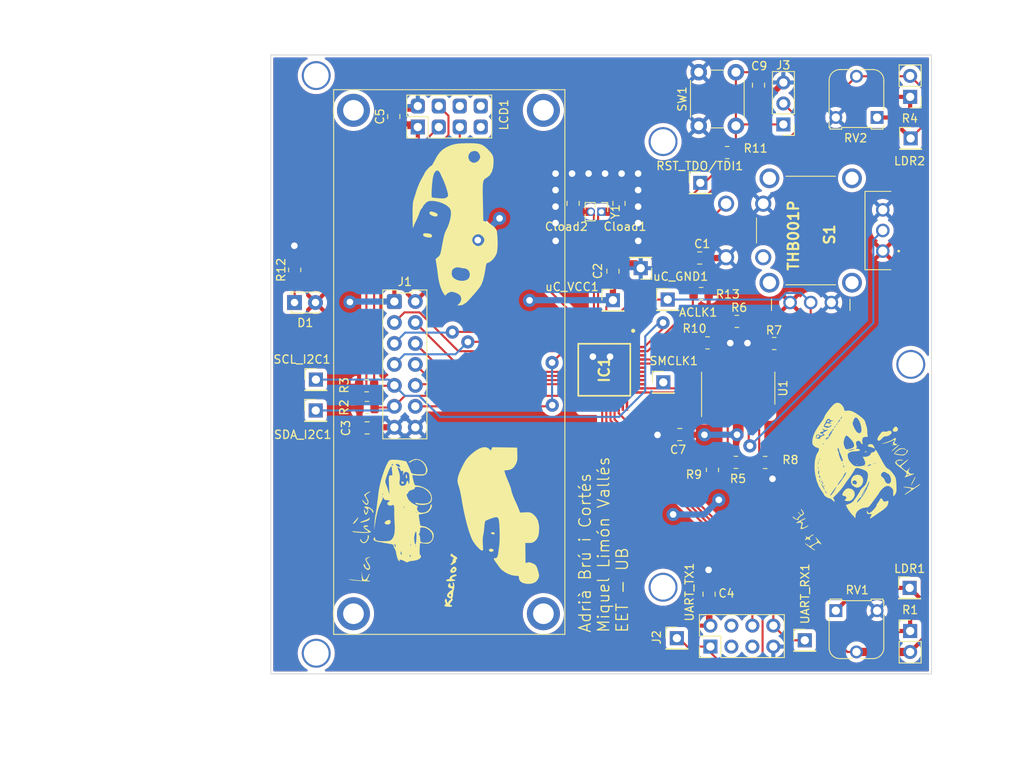
<source format=kicad_pcb>
(kicad_pcb (version 20221018) (generator pcbnew)
  (layers (0 "F.Cu" jumper) (31 "B.Cu" signal) (34 "B.Paste" user) (35 "F.Paste" user) (36 "B.SilkS" user "B.Silkscreen") (37 "F.SilkS" user "F.Silkscreen") (38 "B.Mask" user) (39 "F.Mask" user) (44 "Edge.Cuts" user))
  (net 0 "")
  (net 1 "SDA_I2C")
  (net 2 "+3.3V")
  (net 3 "GND")
  (net 4 "MISO")
  (net 5 "MOSI")
  (net 6 "SCLK_SPI")
  (net 7 "SS_SPI")
  (net 8 "/WIFI_UART_RX")
  (net 9 "/WIFI_UART_TX")
  (net 10 "/P6.3")
  (net 11 "/P6.2")
  (net 12 "SEL_JOYSTICK")
  (net 13 "SCL_I2C")
  (net 14 "Net-(D1-K)")
  (net 16 "TDO{slash}TDI")
  (net 17 "LR_JOYSTICK")
  (net 18 "FB_JOYSTICK")
  (net 19 "TCK")
  (net 20 "R_JOYSTICK")
  (net 21 "F_JOYSTICK")
  (net 22 "B_JOYSTICK")
  (net 23 "L_JOYSTICK")
  (net 30 "Net-(U1A-+)")
  (net 31 "Net-(U1B--)")
  (net 32 "Net-(U1C-+)")
  (net 33 "Net-(U1D--)")
  (net 34 "/P6.1")
  (net 35 "/P6.0")
  (net 36 "/CLK+")
  (net 37 "/CLK-")
  (net 38 "RST_LCD")
  (net 39 "PHOTO2")
  (net 40 "PHOTO1")
  (net 60 "/WIFI_CE")
  (footprint "MiSE:conn_DFrobot" (layer "F.Cu") (at 127.08 99.92)
    (fp_text reference "J1")
    (fp_text value "conn_DFrobot")
  )
  (footprint "Connector_PinHeader_2.54mm:PinHeader_1x01_P2.54mm_Vertical" (layer "F.Cu") (at 157.11 102.09)
    (fp_text reference "SMCLK1")
    (fp_text value "~")
  )
  (footprint "Connector_PinHeader_2.54mm:PinHeader_1x01_P2.54mm_Vertical" (layer "F.Cu") (at 161.59 77.92)
    (fp_text reference "RST_TDO/TDI1")
    (fp_text value "~")
  )
  (footprint "MiSE:THB001P" (layer "F.Cu") (at 183.69 86.19 -90)
    (fp_text reference "S1")
    (fp_text value "THB001P")
  )
  (footprint "Connector_PinHeader_2.54mm:PinHeader_1x01_P2.54mm_Vertical" (layer "F.Cu") (at 174.244 133.35)
    (fp_text reference "UART_RX1")
    (fp_text value "~")
  )
  (footprint "Connector_PinHeader_2.54mm:PinHeader_1x01_P2.54mm_Vertical" (layer "F.Cu") (at 115.04 101.76)
    (fp_text reference "SCL_I2C1")
    (fp_text value "~")
  )
  (footprint "MiSE:LDR" (layer "F.Cu") (at 187 67.5 180)
    (fp_text reference "R4")
    (fp_text value "R_PHOTO")
  )
  (footprint "maqueen_pics:maqueen2" (layer "F.Cu") (at 137.844791 120.370872 90)
    (fp_text reference "G***" hide)
    (fp_text value "LOGO" hide)
  )
  (footprint "Capacitor_SMD:C_0805_2012Metric" (layer "F.Cu") (at 159.1 108.42 180)
    (fp_text reference "C7")
    (fp_text value "100n")
  )
  (footprint "Resistor_SMD:R_0805_2012Metric" (layer "F.Cu") (at 169.4425 111.8)
    (fp_text reference "R8")
    (fp_text value "10k")
  )
  (footprint "Resistor_SMD:R_0805_2012Metric" (layer "F.Cu") (at 165.9025 111.79)
    (fp_text reference "R5")
    (fp_text value "10k")
  )
  (footprint "Capacitor_SMD:C_0805_2012Metric" (layer "F.Cu") (at 162.65 127.76 90)
    (fp_text reference "C4")
    (fp_text value "100n")
  )
  (footprint "Connector_PinHeader_2.54mm:PinHeader_2x04_P2.54mm_Vertical" (layer "F.Cu") (at 162.814 134.112 90)
    (fp_text reference "J2")
    (fp_text value "ESP01")
  )
  (footprint "Connector_PinHeader_2.54mm:PinHeader_1x01_P2.54mm_Vertical" (layer "F.Cu") (at 157.64 92.06)
    (fp_text reference "ACLK1")
    (fp_text value "~")
  )
  (footprint "MiSE:LCD_2x16_I2C(Midas)" (layer "F.Cu") (at 131.19 99.63 90)
    (fp_text reference "LCD1")
    (fp_text value "LCD_2x16_I2C")
  )
  (footprint "Connector_PinHeader_2.54mm:PinHeader_1x01_P2.54mm_Vertical" (layer "F.Cu") (at 187.06 72.53)
    (fp_text reference "LDR2")
    (fp_text value "~")
  )
  (footprint "maqueen_pics:maqueen5" (layer "F.Cu") (at 180.05 113.025 90)
    (fp_text reference "G***" hide)
    (fp_text value "LOGO" hide)
  )
  (footprint "Capacitor_SMD:C_0805_2012Metric" (layer "F.Cu") (at 124.47 69.88 90)
    (fp_text reference "C5")
    (fp_text value "100n")
  )
  (footprint "maqueen_pics:maqueen3" (layer "F.Cu") (at 132.325 83.2 90)
    (fp_text reference "G***" hide)
    (fp_text value "LOGO" hide)
  )
  (footprint "Button_Switch_THT:SW_PUSH_6mm" (layer "F.Cu") (at 161.4 71.01 90)
    (fp_text reference "SW1")
    (fp_text value "RST")
  )
  (footprint "Resistor_SMD:R_0805_2012Metric" (layer "F.Cu") (at 161.69 91.33 180)
    (fp_text reference "R13")
    (fp_text value "10k")
  )
  (footprint "Connector_PinHeader_2.54mm:PinHeader_1x01_P2.54mm_Vertical" (layer "F.Cu") (at 151.01 92.14)
    (fp_text reference "uC_VCC1")
    (fp_text value "~")
  )
  (footprint "maqueen_pics:maqueen1" (layer "F.Cu") (at 125.969791 118.570872 90)
    (fp_text reference "G***" hide)
    (fp_text value "LOGO" hide)
  )
  (footprint "Capacitor_SMD:C_0805_2012Metric" (layer "F.Cu") (at 151.01 88.62 90)
    (fp_text reference "C2")
    (fp_text value "100n")
  )
  (footprint "Connector_PinHeader_2.54mm:PinHeader_1x01_P2.54mm_Vertical" (layer "F.Cu") (at 154.37 88.26 180)
    (fp_text reference "uC_GND1")
    (fp_text value "~")
  )
  (footprint "Resistor_SMD:R_0805_2012Metric" (layer "F.Cu") (at 121.23 105.14)
    (fp_text reference "R2")
    (fp_text value "2.2k")
  )
  (footprint "Connector_PinHeader_2.54mm:PinHeader_1x01_P2.54mm_Vertical" (layer "F.Cu") (at 186.94 127)
    (fp_text reference "LDR1")
    (fp_text value "~")
  )
  (footprint "Capacitor_SMD:C_0805_2012Metric" (layer "F.Cu") (at 161.52 87.03)
    (fp_text reference "C1")
    (fp_text value "100n")
  )
  (footprint "Resistor_SMD:R_0805_2012Metric" (layer "F.Cu") (at 164.85 74.25)
    (fp_text reference "R11")
    (fp_text value "47k")
  )
  (footprint "MiSE:Trimmer_MiSE" (layer "F.Cu") (at 183 70 180)
    (fp_text reference "RV2")
    (fp_text value "R_POT")
  )
  (footprint "Resistor_SMD:R_0805_2012Metric" (layer "F.Cu") (at 166.02 94.71 180)
    (fp_text reference "R6")
    (fp_text value "10k")
  )
  (footprint "Connector_PinHeader_2.54mm:PinHeader_1x03_P2.54mm_Vertical" (layer "F.Cu") (at 171.65 70.84 180)
    (fp_text reference "J3")
    (fp_text value "SBW")
  )
  (footprint "Resistor_SMD:R_0805_2012Metric" (layer "F.Cu") (at 163.0625 112.7 90)
    (fp_text reference "R9")
    (fp_text value "10k")
  )
  (footprint "LED_THT:LED_D1.8mm_W3.3mm_H2.4mm" (layer "F.Cu") (at 112.45 92.42)
    (fp_text reference "D1")
    (fp_text value "LED")
  )
  (footprint "Resistor_SMD:R_0805_2012Metric" (layer "F.Cu") (at 112.47 88.47 90)
    (fp_text reference "R12")
    (fp_text value "100")
  )
  (footprint "MiSE:LDR" (layer "F.Cu") (at 187 132.225)
    (fp_text reference "R1")
    (fp_text value "R_PHOTO")
  )
  (footprint "Capacitor_SMD:C_0805_2012Metric" (layer "F.Cu") (at 168.64 66.08 -90)
    (fp_text reference "C9")
    (fp_text value "2.2n")
  )
  (footprint "Package_SO:SOIC-14_3.9x8.7mm_P1.27mm" (layer "F.Cu") (at 166.18 102.8 90)
    (fp_text reference "U1")
    (fp_text value "LMV324")
  )
  (footprint "Resistor_SMD:R_0805_2012Metric" (layer "F.Cu") (at 170.54 97.39 180)
    (fp_text reference "R7")
    (fp_text value "10k")
  )
  (footprint "Connector_PinHeader_2.54mm:PinHeader_1x01_P2.54mm_Vertical" (layer "F.Cu") (at 158.75 133.096)
    (fp_text reference "UART_TX1")
    (fp_text value "~")
  )
  (footprint "Resistor_SMD:R_0805_2012Metric" (layer "F.Cu") (at 162.47 97.31)
    (fp_text reference "R10")
    (fp_text value "10k")
  )
  (footprint "MiSE:Trimmer_MiSE" (layer "F.Cu") (at 178 129.76)
    (fp_text reference "RV1")
    (fp_text value "R_POT")
  )
  (footprint "Resistor_SMD:R_0805_2012Metric" (layer "F.Cu") (at 121.18 102.51)
    (fp_text reference "R3")
    (fp_text value "2.2k")
  )
  (footprint "Capacitor_SMD:C_0805_2012Metric" (layer "F.Cu") (at 121.24 107.61)
    (fp_text reference "C3")
    (fp_text value "100n")
  )
  (footprint "Connector_PinHeader_2.54mm:PinHeader_1x01_P2.54mm_Vertical" (layer "F.Cu") (at 115.02 105.5)
    (fp_text reference "SDA_I2C1")
    (fp_text value "~")
  )
  (footprint "Capacitor_SMD:C_0805_2012Metric" (layer "F.Cu") (at 146.185 80.41 90)
    (fp_text reference "Cload2")
    (fp_text value "12.5n")
  )
  (footprint "Capacitor_SMD:C_0805_2012Metric" (layer "F.Cu") (at 151.745 80.41 90)
    (fp_text reference "Cload1")
    (fp_text value "12.5n")
  )
  (footprint "Connector_PinHeader_1.27mm:PinHeader_1x02_P1.27mm_Vertical" (layer "F.Cu") (at 149.615 81.42 -90)
    (fp_text reference "Y1")
    (fp_text value "Crystal")
  )
  (footprint "MiSE:QFP50P900X900X160-48N" (layer "F.Cu") (at 149.96 100.57 -90)
    (fp_text reference "IC1")
    (fp_text value "MSP430FR2355TPT" hide)
  )
  (gr_rect locked (start 109.58 62.42) (end 189.58 137.42) (stroke (width 0.1)) (fill none) (layer "Edge.Cuts"))
  (gr_text "Adrià Brú i Cortés\nMiquel Limón Vallés\nEET - UB" (at 152.95 132.525 90) (layer "F.SilkS") (effects (font (size 1.4 1.4)) (justify left bottom)))
  (segment (start 124.54 105) (end 125.815 103.725) (width 0.25) (layer "F.Cu") (net 1))
  (segment (start 121.155 79.92) (end 121.155 104.1525) (width 0.25) (layer "F.Cu") (net 1))
  (segment (start 121.155 104.1525) (end 122.1425 105.14) (width 0.25) (layer "F.Cu") (net 1))
  (segment (start 151.208833 100.305) (end 152.71 98.803833) (width 0.25) (layer "F.Cu") (net 1))
  (segment (start 150.225 100.305) (end 151.208833 100.305) (width 0.25) (layer "F.Cu") (net 1))
  (segment (start 144.6595 103.795) (end 146.735 103.795) (width 0.25) (layer "F.Cu") (net 1))
  (segment (start 122.1425 105.14) (end 124.4 105.14) (width 0.25) (layer "F.Cu") (net 1))
  (segment (start 146.735 103.795) (end 150.225 100.305) (width 0.25) (layer "F.Cu") (net 1))
  (segment (start 125.815 103.725) (end 144.5895 103.725) (width 0.25) (layer "F.Cu") (net 1))
  (segment (start 124.4 105.14) (end 124.54 105) (width 0.25) (layer "F.Cu") (net 1))
  (segment (start 129.92 71.155) (end 121.155 79.92) (width 0.25) (layer "F.Cu") (net 1))
  (segment (start 144.5895 103.725) (end 144.6595 103.795) (width 0.25) (layer "F.Cu") (net 1))
  (segment (start 152.71 98.803833) (end 152.71 96.332) (width 0.25) (layer "F.Cu") (net 1))
  (segment (start 124.04 105.5) (end 124.54 105) (width 0.25) (layer "B.Cu") (net 1))
  (segment (start 115.02 105.5) (end 124.04 105.5) (width 0.25) (layer "B.Cu") (net 1))
  (segment (start 162.65 128.71) (end 162.65 131.408) (width 0.75) (layer "F.Cu") (net 2))
  (segment (start 120.3175 107.5825) (end 120.29 107.61) (width 0.75) (layer "F.Cu") (net 2))
  (segment (start 162.09 108.45) (end 160.08 108.45) (width 0.75) (layer "F.Cu") (net 2))
  (segment (start 166.035 108.44) (end 166.18 108.295) (width 0.75) (layer "F.Cu") (net 2))
  (segment (start 160.11 108.45) (end 160.07 108.49) (width 0.75) (layer "F.Cu") (net 2))
  (segment (start 120.3175 105.14) (end 120.3175 107.5825) (width 0.75) (layer "F.Cu") (net 2))
  (segment (start 150.21 96.332) (end 150.21 92.94) (width 0.25) (layer "F.Cu") (net 2))
  (segment (start 160.08 108.45) (end 160.05 108.42) (width 0.75) (layer "F.Cu") (net 2))
  (segment (start 151.01 92.14) (end 151.01 89.57) (width 0.75) (layer "F.Cu") (net 2))
  (segment (start 150.21 92.94) (end 151.01 92.14) (width 0.25) (layer "F.Cu") (net 2))
  (segment (start 120.2675 105.09) (end 120.3175 105.14) (width 0.75) (layer "F.Cu") (net 2))
  (segment (start 127.055 70.83) (end 127.38 71.155) (width 0.75) (layer "F.Cu") (net 2))
  (segment (start 162.65 131.408) (end 162.814 131.572) (width 0.75) (layer "F.Cu") (net 2))
  (segment (start 120.2675 102.51) (end 120.2675 105.09) (width 0.75) (layer "F.Cu") (net 2))
  (segment (start 166.18 108.295) (end 166.18 105.275) (width 0.75) (layer "F.Cu") (net 2))
  (segment (start 124.47 70.83) (end 127.055 70.83) (width 0.75) (layer "F.Cu") (net 2))
  (segment (start 151.01 92.14) (end 151.446 92.14) (width 0.75) (layer "F.Cu") (net 2))
  (via (at 137.28 82.22) (size 1.6) (drill 0.8) (layers "F.Cu" "B.Cu") (net 2))
  (via (at 162.09 108.45) (size 1.6) (drill 0.8) (layers "F.Cu" "B.Cu") (net 2))
  (via (at 166.035 108.44) (size 1.6) (drill 0.8) (layers "F.Cu" "B.Cu") (net 2))
  (via (at 163.83 116.332) (size 1.6) (drill 0.8) (layers "F.Cu" "B.Cu") (net 2))
  (via (at 158.3 118.1) (size 1.6) (drill 0.8) (layers "F.Cu" "B.Cu") (net 2))
  (via (at 140.91 92.16) (size 1.6) (drill 0.8) (layers "F.Cu" "B.Cu") (net 2))
  (via (at 119.16 92.36) (size 1.6) (drill 0.8) (layers "F.Cu" "B.Cu") (net 2))
  (via (at 134.64 84.86) (size 1.6) (drill 0.8) (layers "F.Cu" "B.Cu") (net 2))
  (segment (start 158.3 118.1) (end 158.31 118.11) (width 0.75) (layer "B.Cu") (net 2))
  (segment (start 166.035 108.44) (end 162.1 108.44) (width 0.75) (layer "B.Cu") (net 2))
  (segment (start 119.22 92.3) (end 119.16 92.36) (width 0.75) (layer "B.Cu") (net 2))
  (segment (start 134.64 84.86) (end 137.28 82.22) (width 0.75) (layer "B.Cu") (net 2))
  (segment (start 124.54 92.3) (end 119.22 92.3) (width 0.75) (layer "B.Cu") (net 2))
  (segment (start 162.052 118.11) (end 163.83 116.332) (width 0.75) (layer "B.Cu") (net 2))
  (segment (start 151.01 92.14) (end 140.93 92.14) (width 0.75) (layer "B.Cu") (net 2))
  (segment (start 158.31 118.11) (end 162.052 118.11) (width 0.75) (layer "B.Cu") (net 2))
  (segment (start 162.1 108.44) (end 162.09 108.45) (width 0.75) (layer "B.Cu") (net 2))
  (segment (start 140.93 92.14) (end 140.91 92.16) (width 0.75) (layer "B.Cu") (net 2))
  (segment (start 112.47 85.58) (end 112.43 85.54) (width 0.75) (layer "F.Cu") (net 3))
  (segment (start 127.065 68.93) (end 127.38 68.615) (width 0.75) (layer "F.Cu") (net 3))
  (segment (start 122.26 107.54) (end 122.19 107.61) (width 0.75) (layer "F.Cu") (net 3))
  (segment (start 156.44 108.49) (end 156.41 108.46) (width 0.75) (layer "F.Cu") (net 3))
  (segment (start 150.66 98.79) (end 149.7 97.83) (width 0.5) (layer "F.Cu") (net 3))
  (segment (start 151.01 87.67) (end 153.78 87.67) (width 0.75) (layer "F.Cu") (net 3))
  (segment (start 168.64 67.03) (end 170.38 67.03) (width 0.75) (layer "F.Cu") (net 3))
  (segment (start 165.22 97.335) (end 167.3 97.335) (width 2) (layer "F.Cu") (net 3))
  (segment (start 162.65 124.88) (end 162.59 124.82) (width 0.75) (layer "F.Cu") (net 3))
  (segment (start 170.355 113.7575) (end 170.355 111.8) (width 0.75) (layer "F.Cu") (net 3))
  (segment (start 167.3 97.335) (end 167.3 97.365) (width 0.5) (layer "F.Cu") (net 3))
  (segment (start 148.58 98.95) (end 149.7 97.83) (width 0.5) (layer "F.Cu") (net 3))
  (segment (start 149.71 96.332) (end 149.71 98.1) (width 0.25) (layer "F.Cu") (net 3))
  (segment (start 151.9675 79.28) (end 152.1475 79.46) (width 0.25) (layer "F.Cu") (net 3))
  (segment (start 170.3325 113.78) (end 170.355 113.7575) (width 0.75) (layer "F.Cu") (net 3))
  (segment (start 150.66 98.98) (end 150.66 98.79) (width 0.5) (layer "F.Cu") (net 3))
  (segment (start 162.65 126.81) (end 162.65 124.88) (width 0.75) (layer "F.Cu") (net 3))
  (segment (start 165.22 97.525) (end 166.18 98.485) (width 0.5) (layer "F.Cu") (net 3))
  (segment (start 156.41 108.46) (end 158.11 108.46) (width 0.75) (layer "F.Cu") (net 3))
  (segment (start 163.3825 97.31) (end 165.195 97.31) (width 0.75) (layer "F.Cu") (net 3))
  (segment (start 158.11 108.46) (end 158.15 108.42) (width 0.75) (layer "F.Cu") (net 3))
  (segment (start 124.47 68.93) (end 127.065 68.93) (width 0.75) (layer "F.Cu") (net 3))
  (segment (start 153.78 87.67) (end 154.37 88.26) (width 0.75) (layer "F.Cu") (net 3))
  (segment (start 167.3 97.365) (end 166.18 98.485) (width 0.5) (layer "F.Cu") (net 3))
  (segment (start 162.47 87.03) (end 164.62 87.03) (width 0.75) (layer "F.Cu") (net 3))
  (segment (start 165.195 97.31) (end 165.22 97.335) (width 0.75) (layer "F.Cu") (net 3))
  (segment (start 166.18 98.485) (end 166.18 100.325) (width 0.5) (layer "F.Cu") (net 3))
  (segment (start 148.58 98.98) (end 148.58 98.95) (width 0.5) (layer "F.Cu") (net 3))
  (segment (start 150.66 98.98) (end 148.58 98.98) (width 2) (layer "F.Cu") (net 3))
  (segment (start 112.47 87.5575) (end 112.47 85.58) (width 0.75) (layer "F.Cu") (net 3))
  (segment (start 165.22 97.335) (end 165.22 97.525) (width 0.5) (layer "F.Cu") (net 3))
  (segment (start 170.38 67.03) (end 171.65 65.76) (width 0.75) (layer "F.Cu") (net 3))
  (segment (start 164.62 87.03) (end 164.71 86.94) (width 0.75) (layer "F.Cu") (net 3))
  (segment (start 124.54 107.54) (end 122.26 107.54) (width 0.75) (layer "F.Cu") (net 3))
  (via (at 165.22 97.335) (size 1.6) (drill 0.8) (layers "F.Cu" "B.Cu") (net 3))
  (via (at 144.06 76.795) (size 1.6) (drill 0.8) (layers "F.Cu" "B.Cu") (net 3))
  (via (at 154.06 78.795) (size 1.6) (drill 0.8) (layers "F.Cu" "B.Cu") (net 3))
  (via (at 154.075 84.95) (size 1.6) (drill 0.8) (layers "F.Cu" "B.Cu") (net 3))
  (via (at 154.06 82.795) (size 1.6) (drill 0.8) (layers "F.Cu" "B.Cu") (net 3))
  (via (at 148.06 76.795) (size 1.6) (drill 0.8) (layers "F.Cu" "B.Cu") (net 3))
  (via (at 144.06 80.795) (size 1.6) (drill 0.8) (layers "F.Cu" "B.Cu") (net 3))
  (via (at 170.3325 113.78) (size 1.6) (drill 0.8) (layers "F.Cu" "B.Cu") (net 3))
  (via (at 152.06 76.795) (size 1.6) (drill 0.8) (layers "F.Cu" "B.Cu") (net 3))
  (via (at 144.075 84.95) (size 1.6) (drill 0.8) (layers "F.Cu" "B.Cu") (net 3))
  (via (at 146.06 76.795) (size 1.6) (drill 0.8) (layers "F.Cu" "B.Cu") (net 3))
  (via (at 148.58 98.98) (size 1.6) (drill 0.8) (layers "F.Cu" "B.Cu") (net 3))
  (via (at 162.59 124.82) (size 1.6) (drill 0.8) (layers "F.Cu" "B.Cu") (net 3))
  (via (at 150.66 98.98) (size 1.6) (drill 0.8) (layers "F.Cu" "B.Cu") (net 3))
  (via (at 144.06 82.795) (size 1.6) (drill 0.8) (layers "F.Cu" "B.Cu") (net 3))
  (via (at 167.3 97.335) (size 1.6) (drill 0.8) (layers "F.Cu" "B.Cu") (net 3))
  (via (at 150.06 76.795) (size 1.6) (drill 0.8) (layers "F.Cu" "B.Cu") (net 3))
  (via (at 154.06 76.795) (size 1.6) (drill 0.8) (layers "F.Cu" "B.Cu") (net 3))
  (via (at 154.06 80.795) (size 1.6) (drill 0.8) (layers "F.Cu" "B.Cu") (net 3))
  (via (at 112.43 85.54) (size 1.6) (drill 0.8) (layers "F.Cu" "B.Cu") (net 3))
  (via (at 144.06 78.795) (size 1.6) (drill 0.8) (layers "F.Cu" "B.Cu") (net 3))
  (via (at 156.41 108.46) (size 1.6) (drill 0.8) (layers "F.Cu" "B.Cu") (net 3))
  (segment (start 147.21 95.975) (end 131.595 95.975) (width 0.25) (layer "F.Cu") (net 4))
  (segment (start 147.21 96.332) (end 147.21 95.975) (width 0.25) (layer "F.Cu") (net 4))
  (segment (start 131.595 95.975) (end 131.566702 96.003298) (width 0.25) (layer "F.Cu") (net 4))
  (via (at 131.566702 96.003298) (size 1.6) (drill 0.8) (layers "F.Cu" "B.Cu") (net 4))
  (segment (start 131.566702 96.003298) (end 131.505 96.065) (width 0.25) (layer "B.Cu") (net 4))
  (segment (start 125.855 96.065) (end 124.54 97.38) (width 0.25) (layer "B.Cu") (net 4))
  (segment (start 131.505 96.065) (end 125.855 96.065) (width 0.25) (layer "B.Cu") (net 4))
  (segment (start 144.295 97.82) (end 143.65 97.175) (width 0.25) (layer "F.Cu") (net 5))
  (segment (start 145.722 97.82) (end 144.295 97.82) (width 0.25) (layer "F.Cu") (net 5))
  (segment (start 133.46 97.175) (end 133.44 97.195) (width 0.25) (layer "F.Cu") (net 5))
  (segment (start 143.65 97.175) (end 133.46 97.175) (width 0.25) (layer "F.Cu") (net 5))
  (via (at 133.44 97.195) (size 1.6) (drill 0.8) (layers "F.Cu" "B.Cu") (net 5))
  (segment (start 131.94 98.695) (end 125.765 98.695) (width 0.25) (layer "B.Cu") (net 5))
  (segment (start 125.765 98.695) (end 124.54 99.92) (width 0.25) (layer "B.Cu") (net 5))
  (segment (start 133.44 97.195) (end 131.94 98.695) (width 0.25) (layer "B.Cu") (net 5))
  (segment (start 125.765 93.615) (end 124.54 94.84) (width 0.25) (layer "F.Cu") (net 6))
  (segment (start 145.722 98.32) (end 132.292412 98.32) (width 0.25) (layer "F.Cu") (net 6))
  (segment (start 127.587412 93.615) (end 125.765 93.615) (width 0.25) (layer "F.Cu") (net 6))
  (segment (start 132.292412 98.32) (end 127.587412 93.615) (width 0.25) (layer "F.Cu") (net 6))
  (segment (start 145.722 98.82) (end 144.515 98.82) (width 0.25) (layer "F.Cu") (net 7))
  (segment (start 143.66 104.86) (end 143.52 105) (width 0.25) (layer "F.Cu") (net 7))
  (segment (start 143.52 105) (end 127.08 105) (width 0.25) (layer "F.Cu") (net 7))
  (segment (start 144.515 98.82) (end 143.64 99.695) (width 0.25) (layer "F.Cu") (net 7))
  (via (at 143.64 99.695) (size 1.6) (drill 0.8) (layers "F.Cu" "B.Cu") (net 7))
  (via (at 143.66 104.86) (size 1.6) (drill 0.8) (layers "F.Cu" "B.Cu") (net 7))
  (segment (start 143.64 99.695) (end 143.64 104.84) (width 0.25) (layer "B.Cu") (net 7))
  (segment (start 143.64 104.84) (end 143.66 104.86) (width 0.25) (layer "B.Cu") (net 7))
  (segment (start 170.434 126.433482) (end 150.71 106.709482) (width 0.25) (layer "F.Cu") (net 8))
  (segment (start 174.244 133.35) (end 172.212 133.35) (width 0.25) (layer "F.Cu") (net 8))
  (segment (start 172.212 133.35) (end 170.434 131.572) (width 0.25) (layer "F.Cu") (net 8))
  (segment (start 170.434 131.572) (end 170.434 126.433482) (width 0.25) (layer "F.Cu") (net 8))
  (segment (start 150.71 106.709482) (end 150.71 104.808) (width 0.25) (layer "F.Cu") (net 8))
  (segment (start 162.814 134.112) (end 162.814 134.814) (width 0.25) (layer "F.Cu") (net 9))
  (segment (start 163.8 135.8) (end 168.5 135.8) (width 0.25) (layer "F.Cu") (net 9))
  (segment (start 162.814 134.814) (end 163.8 135.8) (width 0.25) (layer "F.Cu") (net 9))
  (segment (start 159.004 133.096) (end 160.02 134.112) (width 0.25) (layer "F.Cu") (net 9))
  (segment (start 158.75 133.096) (end 159.004 133.096) (width 0.25) (layer "F.Cu") (net 9))
  (segment (start 169.132061 125.767939) (end 150.21 106.845878) (width 0.25) (layer "F.Cu") (net 9))
  (segment (start 169.132061 135.167939) (end 169.132061 125.767939) (width 0.25) (layer "F.Cu") (net 9))
  (segment (start 150.21 106.845878) (end 150.21 104.808) (width 0.25) (layer "F.Cu") (net 9))
  (segment (start 160.02 134.112) (end 162.814 134.112) (width 0.25) (layer "F.Cu") (net 9))
  (segment (start 168.5 135.8) (end 169.132061 135.167939) (width 0.25) (layer "F.Cu") (net 9))
  (segment (start 145.722 100.82) (end 133.06 100.82) (width 0.25) (layer "F.Cu") (net 10))
  (segment (start 133.06 100.82) (end 127.08 94.84) (width 0.25) (layer "F.Cu") (net 10))
  (segment (start 131.02 101.32) (end 127.08 97.38) (width 0.25) (layer "F.Cu") (net 11))
  (segment (start 145.722 101.32) (end 131.02 101.32) (width 0.25) (layer "F.Cu") (net 11))
  (segment (start 155.21 98.32) (end 154.198 98.32) (width 0.25) (layer "F.Cu") (net 12))
  (segment (start 160.69 92.84) (end 155.21 98.32) (width 0.25) (layer "F.Cu") (net 12))
  (segment (start 164.71 80.44) (end 160.69 84.46) (width 0.25) (layer "F.Cu") (net 12))
  (segment (start 160.69 84.46) (end 160.69 92.84) (width 0.25) (layer "F.Cu") (net 12))
  (segment (start 122.0925 102.51) (end 124.49 102.51) (width 0.25) (layer "F.Cu") (net 13))
  (segment (start 131.095 69.79) (end 131.095 72.135) (width 0.25) (layer "F.Cu") (net 13))
  (segment (start 122.0925 81.1375) (end 122.0925 102.51) (width 0.25) (layer "F.Cu") (net 13))
  (segment (start 154.81 97.82) (end 154.198 97.82) (width 0.25) (layer "F.Cu") (net 13))
  (segment (start 157.074504 95.555496) (end 154.81 97.82) (width 0.25) (layer "F.Cu") (net 13))
  (segment (start 157.074504 94.864504) (end 157.074504 95.555496) (width 0.25) (layer "F.Cu") (net 13))
  (segment (start 131.095 72.135) (end 122.0925 81.1375) (width 0.25) (layer "F.Cu") (net 13))
  (segment (start 124.49 102.51) (end 124.54 102.46) (width 0.25) (layer "F.Cu") (net 13))
  (segment (start 129.92 68.615) (end 131.095 69.79) (width 0.25) (layer "F.Cu") (net 13))
  (via (at 157.074504 94.864504) (size 1.6) (drill 0.8) (layers "F.Cu" "B.Cu") (net 13))
  (segment (start 127.537412 103.725) (end 125.805 103.725) (width 0.25) (layer "B.Cu") (net 13))
  (segment (start 156.565496 94.864504) (end 154.92 96.51) (width 0.25) (layer "B.Cu") (net 13))
  (segment (start 130.092412 106.28) (end 127.537412 103.725) (width 0.25) (layer "B.Cu") (net 13))
  (segment (start 154.92 96.51) (end 154.92 103.12) (width 0.25) (layer "B.Cu") (net 13))
  (segment (start 115.04 101.76) (end 123.84 101.76) (width 0.25) (layer "B.Cu") (net 13))
  (segment (start 125.805 103.725) (end 124.54 102.46) (width 0.25) (layer "B.Cu") (net 13))
  (segment (start 157.074504 94.864504) (end 156.565496 94.864504) (width 0.25) (layer "B.Cu") (net 13))
  (segment (start 123.84 101.76) (end 124.54 102.46) (width 0.25) (layer "B.Cu") (net 13))
  (segment (start 115.55 102.46) (end 115.54 102.47) (width 0.25) (layer "B.Cu") (net 13))
  (segment (start 151.76 106.28) (end 130.092412 106.28) (width 0.25) (layer "B.Cu") (net 13))
  (segment (start 154.92 103.12) (end 151.76 106.28) (width 0.25) (layer "B.Cu") (net 13))
  (segment (start 112.47 89.3825) (end 112.47 92.4) (width 0.25) (layer "F.Cu") (net 14))
  (segment (start 112.47 92.4) (end 112.45 92.42) (width 0.25) (layer "F.Cu") (net 14))
  (segment (start 166.07 70.84) (end 165.9 71.01) (width 0.25) (layer "F.Cu") (net 16))
  (segment (start 171.65 70.84) (end 166.07 70.84) (width 0.25) (layer "F.Cu") (net 16))
  (segment (start 168.02 64.51) (end 168.64 65.13) (width 0.25) (layer "F.Cu") (net 16))
  (segment (start 165.9 71.01) (end 165.9 74.1125) (width 0.25) (layer "F.Cu") (net 16))
  (segment (start 165.9 64.51) (end 168.02 64.51) (width 0.25) (layer "F.Cu") (net 16))
  (segment (start 165.9 74.1125) (end 165.7625 74.25) (width 0.25) (layer "F.Cu") (net 16))
  (segment (start 156.67 88.81) (end 150.71 94.77) (width 0.25) (layer "F.Cu") (net 16))
  (segment (start 165.9 64.51) (end 165.9 71.01) (width 0.25) (layer "F.Cu") (net 16))
  (segment (start 156.67 83.3425) (end 156.67 88.81) (width 0.25) (layer "F.Cu") (net 16))
  (segment (start 165.7625 74.25) (end 156.67 83.3425) (width 0.25) (layer "F.Cu") (net 16))
  (segment (start 150.71 94.77) (end 150.71 96.332) (width 0.25) (layer "F.Cu") (net 16))
  (segment (start 163.314999 106.575) (end 152.4395 106.575) (width 0.25) (layer "F.Cu") (net 17))
  (segment (start 167.45 109.645) (end 167.45 105.275) (width 0.25) (layer "F.Cu") (net 17))
  (segment (start 152.4395 106.575) (end 151.71 105.8455) (width 0.25) (layer "F.Cu") (net 17))
  (segment (start 163.64 105.275) (end 163.64 104.300001) (width 0.25) (layer "F.Cu") (net 17))
  (segment (start 167.124999 103.975) (end 167.45 104.300001) (width 0.25) (layer "F.Cu") (net 17))
  (segment (start 151.71 105.8455) (end 151.71 104.808) (width 0.25) (layer "F.Cu") (net 17))
  (segment (start 163.64 106.249999) (end 163.314999 106.575) (width 0.25) (layer "F.Cu") (net 17))
  (segment (start 167.45 104.300001) (end 167.45 105.275) (width 0.25) (layer "F.Cu") (net 17))
  (segment (start 163.64 105.275) (end 163.64 106.249999) (width 0.25) (layer "F.Cu") (net 17))
  (segment (start 163.64 104.300001) (end 163.965001 103.975) (width 0.25) (layer "F.Cu") (net 17))
  (segment (start 167.595 109.79) (end 167.45 109.645) (width 0.25) (layer "F.Cu") (net 17))
  (segment (start 163.965001 103.975) (end 167.124999 103.975) (width 0.25) (layer "F.Cu") (net 17))
  (via (at 167.595 109.79) (size 1.6) (drill 0.8) (layers "F.Cu" "B.Cu") (net 17))
  (segment (start 167.595 109.79) (end 167.63 109.79) (width 0.25) (layer "B.Cu") (net 17))
  (segment (start 182.54 94.88) (end 182.54 84.84) (width 0.25) (layer "B.Cu") (net 17))
  (segment (start 167.63 109.79) (end 182.54 94.88) (width 0.25) (layer "B.Cu") (net 17))
  (segment (start 182.54 84.84) (end 183.69 83.69) (width 0.25) (layer "B.Cu") (net 17))
  (segment (start 168.72 101.18) (end 168.72 100.325) (width 0.25) (layer "F.Cu") (net 18))
  (segment (start 152.21 95.2945) (end 155.4445 92.06) (width 0.25) (layer "F.Cu") (net 18))
  (segment (start 168.275 101.625) (end 168.72 101.18) (width 0.25) (layer "F.Cu") (net 18))
  (segment (start 155.4445 92.06) (end 157.64 92.06) (width 0.25) (layer "F.Cu") (net 18))
  (segment (start 174.96 96.21) (end 172.31 98.86) (width 0.25) (layer "F.Cu") (net 18))
  (segment (start 172.31 98.86) (end 169.804092 98.86) (width 0.25) (layer "F.Cu") (net 18))
  (segment (start 164.91 100.325) (end 164.91 101.299999) (width 0.25) (layer "F.Cu") (net 18))
  (segment (start 174.96 92.42) (end 174.96 96.21) (width 0.25) (layer "F.Cu") (net 18))
  (segment (start 165.235001 101.625) (end 168.275 101.625) (width 0.25) (layer "F.Cu") (net 18))
  (segment (start 168.72 99.944092) (end 168.72 100.325) (width 0.25) (layer "F.Cu") (net 18))
  (segment (start 169.804092 98.86) (end 168.72 99.944092) (width 0.25) (layer "F.Cu") (net 18))
  (segment (start 164.91 101.299999) (end 165.235001 101.625) (width 0.25) (layer "F.Cu") (net 18))
  (segment (start 152.21 96.332) (end 152.21 95.2945) (width 0.25) (layer "F.Cu") (net 18))
  (segment (start 171.983654 91.27) (end 173.81 91.27) (width 0.25) (layer "B.Cu") (net 18))
  (segment (start 157.64 92.06) (end 171.193654 92.06) (width 0.25) (layer "B.Cu") (net 18))
  (segment (start 173.81 91.27) (end 174.96 92.42) (width 0.25) (layer "B.Cu") (net 18))
  (segment (start 171.193654 92.06) (end 171.983654 91.27) (width 0.25) (layer "B.Cu") (net 18))
  (segment (start 151.21 94.906396) (end 151.21 96.332) (width 0.25) (layer "F.Cu") (net 19))
  (segment (start 171.65 68.3) (end 173.24 69.89) (width 0.25) (layer "F.Cu") (net 19))
  (segment (start 157.12 88.996396) (end 151.21 94.906396) (width 0.25) (layer "F.Cu") (net 19))
  (segment (start 172.04 72.8) (end 169 72.8) (width 0.25) (layer "F.Cu") (net 19))
  (segment (start 157.12 84.68) (end 157.12 88.996396) (width 0.25) (layer "F.Cu") (net 19))
  (segment (start 173.24 69.89) (end 173.24 71.6) (width 0.25) (layer "F.Cu") (net 19))
  (segment (start 169 72.8) (end 157.12 84.68) (width 0.25) (layer "F.Cu") (net 19))
  (segment (start 173.24 71.6) (end 172.04 72.8) (width 0.25) (layer "F.Cu") (net 19))
  (segment (start 169.99 105.275) (end 169.99 104.300001) (width 0.25) (layer "F.Cu") (net 20))
  (segment (start 169.99 104.300001) (end 168.509999 102.82) (width 0.25) (layer "F.Cu") (net 20))
  (segment (start 168.509999 102.82) (end 154.198 102.82) (width 0.25) (layer "F.Cu") (net 20))
  (segment (start 159.94 99.82) (end 154.198 99.82) (width 0.25) (layer "F.Cu") (net 21))
  (segment (start 169.99 100.325) (end 169.99 101.299999) (width 0.25) (layer "F.Cu") (net 21))
  (segment (start 169.99 101.299999) (end 169.199999 102.09) (width 0.25) (layer "F.Cu") (net 21))
  (segment (start 162.21 102.09) (end 159.94 99.82) (width 0.25) (layer "F.Cu") (net 21))
  (segment (start 169.199999 102.09) (end 162.21 102.09) (width 0.25) (layer "F.Cu") (net 21))
  (segment (start 161.365 99.32) (end 154.198 99.32) (width 0.25) (layer "F.Cu") (net 22))
  (segment (start 162.37 100.325) (end 161.365 99.32) (width 0.25) (layer "F.Cu") (net 22))
  (segment (start 161.32 103.32) (end 154.198 103.32) (width 0.25) (layer "F.Cu") (net 23))
  (segment (start 162.37 105.275) (end 162.37 104.37) (width 0.25) (layer "F.Cu") (net 23))
  (segment (start 162.37 104.37) (end 161.32 103.32) (width 0.25) (layer "F.Cu") (net 23))
  (segment (start 164.91 111.71) (end 164.99 111.79) (width 0.25) (layer "F.Cu") (net 30))
  (segment (start 164.945 111.745) (end 164.99 111.79) (width 0.25) (layer "F.Cu") (net 30))
  (segment (start 164.91 105.275) (end 164.91 111.71) (width 0.25) (layer "F.Cu") (net 30))
  (segment (start 164.99 111.79) (end 163.255 111.79) (width 1) (layer "F.Cu") (net 30))
  (segment (start 164.9775 105.3425) (end 164.91 105.275) (width 0.25) (layer "F.Cu") (net 30))
  (segment (start 163.255 111.79) (end 163.0625 111.5975) (width 0.25) (layer "F.Cu") (net 30))
  (segment (start 168.755 111.575) (end 168.53 111.8) (width 0.25) (layer "F.Cu") (net 31))
  (segment (start 168.72 111.59) (end 168.52 111.79) (width 0.25) (layer "F.Cu") (net 31))
  (segment (start 168.52 111.79) (end 168.53 111.8) (width 0.25) (layer "F.Cu") (net 31))
  (segment (start 168.5175 105.4775) (end 168.72 105.275) (width 0.25) (layer "F.Cu") (net 31))
  (segment (start 166.815 111.79) (end 168.52 111.79) (width 1) (layer "F.Cu") (net 31))
  (segment (start 168.72 105.275) (end 168.72 111.59) (width 0.25) (layer "F.Cu") (net 31))
  (segment (start 169.6275 97.4925) (end 169.6275 97.39) (width 0.25) (layer "F.Cu") (net 32))
  (segment (start 167.45 99.67) (end 169.6275 97.4925) (width 0.25) (layer "F.Cu") (net 32))
  (segment (start 166.9475 94.71) (end 169.6275 97.39) (width 0.25) (layer "F.Cu") (net 32))
  (segment (start 167.45 100.325) (end 167.45 99.67) (width 0.25) (layer "F.Cu") (net 32))
  (segment (start 166.9325 94.71) (end 166.9475 94.71) (width 0.25) (layer "F.Cu") (net 32))
  (segment (start 163.64 100.325) (end 163.64 99.54) (width 0.25) (layer "F.Cu") (net 33))
  (segment (start 161.5575 97.4575) (end 161.5575 97.31) (width 0.25) (layer "F.Cu") (net 33))
  (segment (start 161.5575 97.31) (end 161.5575 96.8425) (width 0.25) (layer "F.Cu") (net 33))
  (segment (start 163.64 99.54) (end 161.5575 97.4575) (width 0.25) (layer "F.Cu") (net 33))
  (segment (start 163.69 94.71) (end 165.1075 94.71) (width 0.25) (layer "F.Cu") (net 33))
  (segment (start 161.5575 96.8425) (end 163.69 94.71) (width 0.25) (layer "F.Cu") (net 33))
  (segment (start 145.722 101.82) (end 128.98 101.82) (width 0.25) (layer "F.Cu") (net 34))
  (segment (start 128.98 101.82) (end 127.08 99.92) (width 0.25) (layer "F.Cu") (net 34))
  (segment (start 127.22 102.32) (end 145.722 102.32) (width 0.25) (layer "F.Cu") (net 35))
  (segment (start 127.08 102.46) (end 127.22 102.32) (width 0.25) (layer "F.Cu") (net 35))
  (segment (start 151.685 81.42) (end 151.745 81.36) (width 0.25) (layer "F.Cu") (net 36))
  (segment (start 149.615 81.42) (end 151.685 81.42) (width 1) (layer "F.Cu") (net 36))
  (segment (start 149.21 96.332) (end 149.21 81.825) (width 0.25) (layer "F.Cu") (net 36))
  (segment (start 149.615 81.42) (end 151.95 81.42) (width 0.25) (layer "F.Cu") (net 36))
  (segment (start 149.21 81.825) (end 149.615 81.42) (width 0.25) (layer "F.Cu") (net 36))
  (segment (start 148.71 81.785) (end 148.285 81.36) (width 0.25) (layer "F.Cu") (net 37))
  (segment (start 148.285 81.36) (end 146.185 81.36) (width 0.25) (layer "F.Cu") (net 37))
  (segment (start 146.245 81.42) (end 146.185 81.36) (width 0.25) (layer "F.Cu") (net 37))
  (segment (start 148.345 81.42) (end 146.245 81.42) (width 1) (layer "F.Cu") (net 37))
  (segment (start 148.71 96.332) (end 148.71 81.785) (width 0.25) (layer "F.Cu") (net 37))
  (segment (start 148.71 81.785) (end 148.345 81.42) (width 0.25) (layer "F.Cu") (net 37))
  (segment (start 132.46 71.155) (end 132.46 80.12) (width 0.25) (layer "F.Cu") (net 38))
  (segment (start 132.46 80.12) (end 147.71 95.37) (width 0.25) (layer "F.Cu") (net 38))
  (segment (start 147.71 95.37) (end 147.71 96.332) (width 0.25) (layer "F.Cu") (net 38))
  (segment (start 169.29 73.35) (end 172.15 73.35) (width 0.25) (layer "F.Cu") (net 39))
  (segment (start 183 70) (end 184.53 70) (width 0.5) (layer "F.Cu") (net 39))
  (segment (start 180.5 65) (end 186.96 65) (width 0.25) (layer "F.Cu") (net 39))
  (segment (start 151.71 96.332) (end 151.71 95.042792) (width 0.25) (layer "F.Cu") (net 39))
  (segment (start 157.57 85.07) (end 169.29 73.35) (width 0.25) (layer "F.Cu") (net 39))
  (segment (start 184.53 70) (end 187.06 72.53) (width 0.5) (layer "F.Cu") (net 39))
  (segment (start 188.63 70.96) (end 188.63 66.59) (width 0.25) (layer "F.Cu") (net 39))
  (segment (start 151.71 95.042792) (end 157.57 89.182792) (width 0.25) (layer "F.Cu") (net 39))
  (segment (start 172.15 73.35) (end 180.5 65) (width 0.25) (layer "F.Cu") (net 39))
  (segment (start 157.57 89.182792) (end 157.57 85.07) (width 0.25) (layer "F.Cu") (net 39))
  (segment (start 186.96 65) (end 187 64.96) (width 0.25) (layer "F.Cu") (net 39))
  (segment (start 187.06 72.53) (end 188.63 70.96) (width 0.25) (layer "F.Cu") (net 39))
  (segment (start 188.63 66.59) (end 187 64.96) (width 0.25) (layer "F.Cu") (net 39))
  (segment (start 188.76 128.82) (end 188.76 133.005) (width 0.5) (layer "F.Cu") (net 40))
  (segment (start 186.94 127) (end 188.76 128.82) (width 0.5) (layer "F.Cu") (net 40))
  (segment (start 151.21 104.808) (end 151.21 106.573086) (width 0.25) (layer "F.Cu") (net 40))
  (segment (start 180.505 134.765) (end 180.5 134.76) (width 0.25) (layer "F.Cu") (net 40))
  (segment (start 178 129.76) (end 180.76 127) (width 0.5) (layer "F.Cu") (net 40))
  (segment (start 179.401914 134.765) (end 180.505 134.765) (width 0.25) (layer "F.Cu") (net 40))
  (segment (start 151.21 106.573086) (end 179.401914 134.765) (width 0.25) (layer "F.Cu") (net 40))
  (segment (start 187 134.765) (end 180.505 134.765) (width 1) (layer "F.Cu") (net 40))
  (segment (start 188.76 133.005) (end 187 134.765) (width 0.5) (layer "F.Cu") (net 40))
  (segment (start 180.76 127) (end 186.94 127) (width 0.5) (layer "F.Cu") (net 40))
  (segment (start 149.71 106.982274) (end 149.71 104.808) (width 0.25) (layer "F.Cu") (net 60))
  (segment (start 167.894 125.166274) (end 149.71 106.982274) (width 0.25) (layer "F.Cu") (net 60))
  (segment (start 167.894 131.572) (end 167.894 125.166274) (width 0.25) (layer "F.Cu") (net 60))
  (zone (net 3) (net_name "GND") (layer "F.Cu") (priority 2) (connect_pads (clearance 0.5)) (min_thickness 0.25) (fill yes (thermal_gap 0.5) (thermal_bridge_width 0.5))
    (polygon (pts (xy 155.245 86.21) (xy 143.045 86.21) (xy 143.045 75.51) (xy 155.245 75.51)))
  )
  (zone (net 2) (net_name "+3.3V") (layer "F.Cu") (connect_pads (clearance 0.5)) (min_thickness 0.25) (fill yes (thermal_gap 0.5) (thermal_bridge_width 0.5))
    (polygon (pts (xy 109.01 62) (xy 190.03 61.99) (xy 190.01 138.01) (xy 108.95 138)))
  )
  (zone (net 3) (net_name "GND") (layer "B.Cu") (priority 1) (connect_pads (clearance 0.5)) (min_thickness 0.25) (fill yes (thermal_gap 0.5) (thermal_bridge_width 0.5))
    (polygon (pts (xy 109.01 62) (xy 190.03 61.99) (xy 190.02 138) (xy 108.95 138)))
  )
)
</source>
